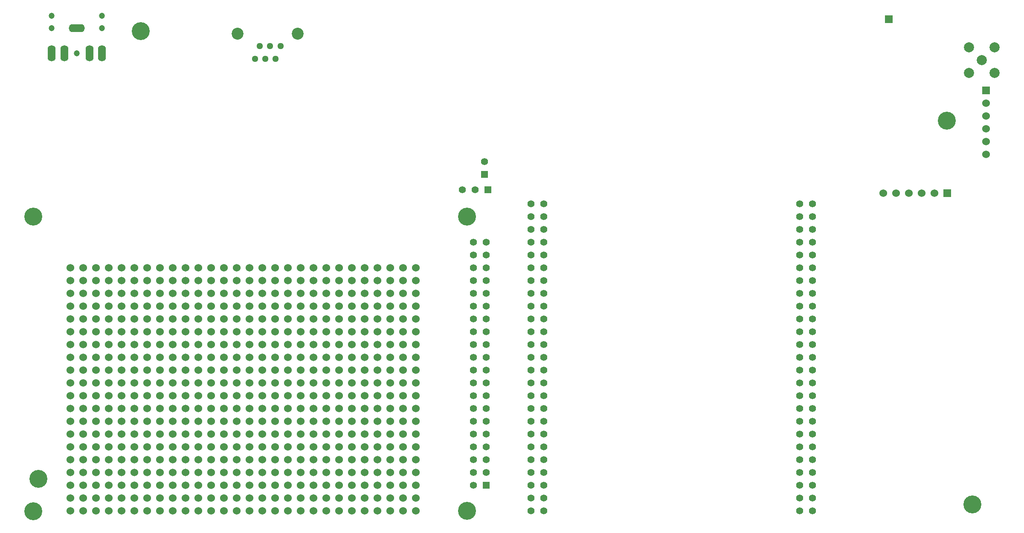
<source format=gbs>
G04 (created by PCBNEW-RS274X (2012-apr-16-27)-stable) date Tue 19 Feb 2013 03:33:24 PM EST*
G01*
G70*
G90*
%MOIN*%
G04 Gerber Fmt 3.4, Leading zero omitted, Abs format*
%FSLAX34Y34*%
G04 APERTURE LIST*
%ADD10C,0.006000*%
%ADD11C,0.140000*%
%ADD12R,0.055000X0.055000*%
%ADD13C,0.055000*%
%ADD14C,0.092900*%
%ADD15C,0.051200*%
%ADD16C,0.060000*%
%ADD17R,0.060000X0.060000*%
%ADD18C,0.078700*%
%ADD19C,0.047200*%
%ADD20O,0.063000X0.126000*%
%ADD21O,0.126000X0.063000*%
G04 APERTURE END LIST*
G54D10*
G54D11*
X35190Y-39770D03*
G54D12*
X36690Y-37770D03*
G54D13*
X35690Y-37770D03*
X36690Y-36770D03*
X35690Y-36770D03*
X36690Y-35770D03*
X35690Y-35770D03*
X36690Y-34770D03*
X35690Y-34770D03*
X36690Y-33770D03*
X35690Y-33770D03*
X36690Y-32770D03*
X35690Y-32770D03*
X36690Y-31770D03*
X35690Y-31770D03*
X36690Y-30770D03*
X35690Y-30770D03*
X36690Y-29770D03*
X35690Y-29770D03*
X36690Y-28770D03*
X35690Y-28770D03*
X36690Y-27770D03*
X35690Y-27770D03*
X36690Y-26770D03*
X35690Y-26770D03*
X36690Y-25770D03*
X35690Y-25770D03*
X36690Y-24770D03*
X35690Y-24770D03*
X36690Y-23770D03*
X35690Y-23770D03*
X36690Y-22770D03*
X35690Y-22770D03*
X36690Y-21770D03*
X35690Y-21770D03*
X36690Y-20770D03*
X35690Y-20770D03*
X36690Y-19770D03*
X35690Y-19770D03*
X36690Y-18770D03*
X35690Y-18770D03*
G54D11*
X35190Y-16770D03*
X01288Y-39805D03*
X01288Y-16770D03*
G54D14*
X21962Y-02450D03*
X17238Y-02450D03*
G54D15*
X20600Y-03434D03*
X20206Y-04419D03*
X19797Y-03434D03*
X19403Y-04419D03*
X18994Y-03434D03*
X18600Y-04419D03*
G54D11*
X01690Y-37270D03*
X72690Y-09270D03*
X74690Y-39270D03*
X09690Y-02270D03*
G54D16*
X16190Y-34770D03*
X16190Y-35770D03*
X17190Y-35770D03*
X17190Y-34770D03*
X19190Y-34770D03*
X19190Y-35770D03*
X18190Y-35770D03*
X18190Y-34770D03*
X18190Y-32770D03*
X18190Y-33770D03*
X19190Y-33770D03*
X19190Y-32770D03*
X17190Y-32770D03*
X17190Y-33770D03*
X16190Y-33770D03*
X16190Y-32770D03*
G54D17*
X68155Y-01325D03*
G54D18*
X75425Y-04515D03*
X76425Y-05515D03*
X74425Y-05515D03*
X74425Y-03515D03*
X76425Y-03515D03*
G54D13*
X40190Y-39770D03*
X40190Y-38770D03*
X40190Y-37770D03*
X40190Y-36770D03*
X40190Y-35770D03*
X40190Y-34770D03*
X40190Y-33770D03*
X40190Y-32770D03*
X40190Y-31770D03*
X40190Y-30770D03*
X40190Y-29770D03*
X40190Y-28770D03*
X40190Y-27770D03*
X40190Y-26770D03*
X40190Y-25770D03*
X40190Y-24770D03*
X40190Y-23770D03*
X40190Y-22770D03*
X40190Y-21770D03*
X40190Y-20770D03*
X40190Y-19770D03*
X40190Y-18770D03*
X40190Y-17770D03*
X40190Y-16770D03*
X40190Y-15770D03*
X62190Y-39770D03*
X62190Y-38770D03*
X62190Y-37770D03*
X62190Y-36770D03*
X62190Y-35770D03*
X62190Y-34770D03*
X62190Y-33770D03*
X62190Y-32770D03*
X62190Y-31770D03*
X62190Y-30770D03*
X62190Y-29770D03*
X62190Y-28770D03*
X62190Y-27770D03*
X62190Y-26770D03*
X62190Y-25770D03*
X62190Y-24770D03*
X62190Y-23770D03*
X62190Y-22770D03*
X62190Y-21770D03*
X62190Y-20770D03*
X62190Y-19770D03*
X62190Y-18770D03*
X62190Y-17770D03*
X62190Y-16770D03*
X62190Y-15770D03*
X61190Y-15770D03*
X61190Y-16770D03*
X61190Y-17770D03*
X61190Y-18770D03*
X61190Y-19770D03*
X61190Y-20770D03*
X61190Y-21770D03*
X61190Y-22770D03*
X61190Y-23770D03*
X61190Y-24770D03*
X61190Y-25770D03*
X61190Y-26770D03*
X61190Y-27770D03*
X61190Y-28770D03*
X61190Y-29770D03*
X61190Y-30770D03*
X61190Y-31770D03*
X61190Y-32770D03*
X61190Y-33770D03*
X61190Y-34770D03*
X61190Y-35770D03*
X61190Y-36770D03*
X61190Y-37770D03*
X61190Y-38770D03*
X61190Y-39770D03*
X41190Y-15770D03*
X41190Y-16770D03*
X41190Y-17770D03*
X41190Y-18770D03*
X41190Y-19770D03*
X41190Y-20770D03*
X41190Y-21770D03*
X41190Y-22770D03*
X41190Y-23770D03*
X41190Y-24770D03*
X41190Y-25770D03*
X41190Y-26770D03*
X41190Y-27770D03*
X41190Y-28770D03*
X41190Y-29770D03*
X41190Y-30770D03*
X41190Y-31770D03*
X41190Y-32770D03*
X41190Y-33770D03*
X41190Y-34770D03*
X41190Y-35770D03*
X41190Y-36770D03*
X41190Y-37770D03*
X41190Y-38770D03*
X41190Y-39770D03*
G54D17*
X72720Y-14940D03*
G54D16*
X71720Y-14940D03*
X70720Y-14940D03*
X69720Y-14940D03*
X68720Y-14940D03*
X67720Y-14940D03*
G54D17*
X75733Y-06892D03*
G54D16*
X75733Y-07892D03*
X75733Y-08892D03*
X75733Y-09892D03*
X75733Y-10892D03*
X75733Y-11892D03*
G54D12*
X36540Y-13455D03*
G54D13*
X36540Y-12455D03*
G54D19*
X04691Y-04010D03*
X06659Y-02042D03*
X06659Y-01057D03*
X02721Y-01057D03*
G54D20*
X02721Y-04010D03*
X05674Y-04010D03*
X06659Y-04010D03*
X03706Y-04010D03*
G54D21*
X04690Y-02042D03*
G54D19*
X02721Y-02042D03*
G54D16*
X20190Y-34770D03*
X20190Y-35770D03*
X21190Y-35770D03*
X21190Y-34770D03*
X23190Y-34770D03*
X23190Y-35770D03*
X22190Y-35770D03*
X22190Y-34770D03*
X22190Y-32770D03*
X22190Y-33770D03*
X23190Y-33770D03*
X23190Y-32770D03*
X21190Y-32770D03*
X21190Y-33770D03*
X20190Y-33770D03*
X20190Y-32770D03*
X20190Y-30770D03*
X20190Y-31770D03*
X21190Y-31770D03*
X21190Y-30770D03*
X23190Y-30770D03*
X23190Y-31770D03*
X22190Y-31770D03*
X22190Y-30770D03*
X22190Y-28770D03*
X22190Y-29770D03*
X23190Y-29770D03*
X23190Y-28770D03*
X21190Y-28770D03*
X21190Y-29770D03*
X20190Y-29770D03*
X20190Y-28770D03*
X16190Y-30770D03*
X16190Y-31770D03*
X17190Y-31770D03*
X17190Y-30770D03*
X19190Y-30770D03*
X19190Y-31770D03*
X18190Y-31770D03*
X18190Y-30770D03*
X18190Y-28770D03*
X18190Y-29770D03*
X19190Y-29770D03*
X19190Y-28770D03*
X17190Y-28770D03*
X17190Y-29770D03*
X16190Y-29770D03*
X16190Y-28770D03*
X24190Y-30770D03*
X24190Y-31770D03*
X25190Y-31770D03*
X25190Y-30770D03*
X27190Y-30770D03*
X27190Y-31770D03*
X26190Y-31770D03*
X26190Y-30770D03*
X26190Y-28770D03*
X26190Y-29770D03*
X27190Y-29770D03*
X27190Y-28770D03*
X25190Y-28770D03*
X25190Y-29770D03*
X24190Y-29770D03*
X24190Y-28770D03*
X28190Y-30770D03*
X28190Y-31770D03*
X29190Y-31770D03*
X29190Y-30770D03*
X31190Y-30770D03*
X31190Y-31770D03*
X30190Y-31770D03*
X30190Y-30770D03*
X30190Y-28770D03*
X30190Y-29770D03*
X31190Y-29770D03*
X31190Y-28770D03*
X29190Y-28770D03*
X29190Y-29770D03*
X28190Y-29770D03*
X28190Y-28770D03*
X28190Y-34770D03*
X28190Y-35770D03*
X29190Y-35770D03*
X29190Y-34770D03*
X31190Y-34770D03*
X31190Y-35770D03*
X30190Y-35770D03*
X30190Y-34770D03*
X30190Y-32770D03*
X30190Y-33770D03*
X31190Y-33770D03*
X31190Y-32770D03*
X29190Y-32770D03*
X29190Y-33770D03*
X28190Y-33770D03*
X28190Y-32770D03*
X24190Y-34770D03*
X24190Y-35770D03*
X25190Y-35770D03*
X25190Y-34770D03*
X27190Y-34770D03*
X27190Y-35770D03*
X26190Y-35770D03*
X26190Y-34770D03*
X26190Y-32770D03*
X26190Y-33770D03*
X27190Y-33770D03*
X27190Y-32770D03*
X25190Y-32770D03*
X25190Y-33770D03*
X24190Y-33770D03*
X24190Y-32770D03*
X24190Y-26770D03*
X24190Y-27770D03*
X25190Y-27770D03*
X25190Y-26770D03*
X27190Y-26770D03*
X27190Y-27770D03*
X26190Y-27770D03*
X26190Y-26770D03*
X26190Y-24770D03*
X26190Y-25770D03*
X27190Y-25770D03*
X27190Y-24770D03*
X25190Y-24770D03*
X25190Y-25770D03*
X24190Y-25770D03*
X24190Y-24770D03*
X28190Y-26770D03*
X28190Y-27770D03*
X29190Y-27770D03*
X29190Y-26770D03*
X31190Y-26770D03*
X31190Y-27770D03*
X30190Y-27770D03*
X30190Y-26770D03*
X30190Y-24770D03*
X30190Y-25770D03*
X31190Y-25770D03*
X31190Y-24770D03*
X29190Y-24770D03*
X29190Y-25770D03*
X28190Y-25770D03*
X28190Y-24770D03*
X28190Y-22770D03*
X28190Y-23770D03*
X29190Y-23770D03*
X29190Y-22770D03*
X31190Y-22770D03*
X31190Y-23770D03*
X30190Y-23770D03*
X30190Y-22770D03*
X30190Y-20770D03*
X30190Y-21770D03*
X31190Y-21770D03*
X31190Y-20770D03*
X29190Y-20770D03*
X29190Y-21770D03*
X28190Y-21770D03*
X28190Y-20770D03*
X24190Y-22770D03*
X24190Y-23770D03*
X25190Y-23770D03*
X25190Y-22770D03*
X27190Y-22770D03*
X27190Y-23770D03*
X26190Y-23770D03*
X26190Y-22770D03*
X26190Y-20770D03*
X26190Y-21770D03*
X27190Y-21770D03*
X27190Y-20770D03*
X25190Y-20770D03*
X25190Y-21770D03*
X24190Y-21770D03*
X24190Y-20770D03*
X20190Y-26770D03*
X20190Y-27770D03*
X21190Y-27770D03*
X21190Y-26770D03*
X23190Y-26770D03*
X23190Y-27770D03*
X22190Y-27770D03*
X22190Y-26770D03*
X22190Y-24770D03*
X22190Y-25770D03*
X23190Y-25770D03*
X23190Y-24770D03*
X21190Y-24770D03*
X21190Y-25770D03*
X20190Y-25770D03*
X20190Y-24770D03*
X16190Y-26770D03*
X16190Y-27770D03*
X17190Y-27770D03*
X17190Y-26770D03*
X19190Y-26770D03*
X19190Y-27770D03*
X18190Y-27770D03*
X18190Y-26770D03*
X18190Y-24770D03*
X18190Y-25770D03*
X19190Y-25770D03*
X19190Y-24770D03*
X17190Y-24770D03*
X17190Y-25770D03*
X16190Y-25770D03*
X16190Y-24770D03*
X16190Y-22770D03*
X16190Y-23770D03*
X17190Y-23770D03*
X17190Y-22770D03*
X19190Y-22770D03*
X19190Y-23770D03*
X18190Y-23770D03*
X18190Y-22770D03*
X18190Y-20770D03*
X18190Y-21770D03*
X19190Y-21770D03*
X19190Y-20770D03*
X17190Y-20770D03*
X17190Y-21770D03*
X16190Y-21770D03*
X16190Y-20770D03*
X04190Y-34770D03*
X04190Y-35770D03*
X05190Y-35770D03*
X05190Y-34770D03*
X07190Y-34770D03*
X07190Y-35770D03*
X06190Y-35770D03*
X06190Y-34770D03*
X06190Y-32770D03*
X06190Y-33770D03*
X07190Y-33770D03*
X07190Y-32770D03*
X05190Y-32770D03*
X05190Y-33770D03*
X04190Y-33770D03*
X04190Y-32770D03*
X12190Y-34770D03*
X12190Y-35770D03*
X13190Y-35770D03*
X13190Y-34770D03*
X15190Y-34770D03*
X15190Y-35770D03*
X14190Y-35770D03*
X14190Y-34770D03*
X14190Y-32770D03*
X14190Y-33770D03*
X15190Y-33770D03*
X15190Y-32770D03*
X13190Y-32770D03*
X13190Y-33770D03*
X12190Y-33770D03*
X12190Y-32770D03*
X12190Y-30770D03*
X12190Y-31770D03*
X13190Y-31770D03*
X13190Y-30770D03*
X15190Y-30770D03*
X15190Y-31770D03*
X14190Y-31770D03*
X14190Y-30770D03*
X14190Y-28770D03*
X14190Y-29770D03*
X15190Y-29770D03*
X15190Y-28770D03*
X13190Y-28770D03*
X13190Y-29770D03*
X12190Y-29770D03*
X12190Y-28770D03*
X12190Y-22770D03*
X12190Y-23770D03*
X13190Y-23770D03*
X13190Y-22770D03*
X15190Y-22770D03*
X15190Y-23770D03*
X14190Y-23770D03*
X14190Y-22770D03*
X14190Y-20770D03*
X14190Y-21770D03*
X15190Y-21770D03*
X15190Y-20770D03*
X13190Y-20770D03*
X13190Y-21770D03*
X12190Y-21770D03*
X12190Y-20770D03*
X12190Y-26770D03*
X12190Y-27770D03*
X13190Y-27770D03*
X13190Y-26770D03*
X15190Y-26770D03*
X15190Y-27770D03*
X14190Y-27770D03*
X14190Y-26770D03*
X14190Y-24770D03*
X14190Y-25770D03*
X15190Y-25770D03*
X15190Y-24770D03*
X13190Y-24770D03*
X13190Y-25770D03*
X12190Y-25770D03*
X12190Y-24770D03*
X04190Y-26770D03*
X04190Y-27770D03*
X05190Y-27770D03*
X05190Y-26770D03*
X07190Y-26770D03*
X07190Y-27770D03*
X06190Y-27770D03*
X06190Y-26770D03*
X06190Y-24770D03*
X06190Y-25770D03*
X07190Y-25770D03*
X07190Y-24770D03*
X05190Y-24770D03*
X05190Y-25770D03*
X04190Y-25770D03*
X04190Y-24770D03*
X04190Y-22770D03*
X04190Y-23770D03*
X05190Y-23770D03*
X05190Y-22770D03*
X07190Y-22770D03*
X07190Y-23770D03*
X06190Y-23770D03*
X06190Y-22770D03*
X06190Y-20770D03*
X06190Y-21770D03*
X07190Y-21770D03*
X07190Y-20770D03*
X05190Y-20770D03*
X05190Y-21770D03*
X04190Y-21770D03*
X04190Y-20770D03*
X04190Y-30770D03*
X04190Y-31770D03*
X05190Y-31770D03*
X05190Y-30770D03*
X07190Y-30770D03*
X07190Y-31770D03*
X06190Y-31770D03*
X06190Y-30770D03*
X06190Y-28770D03*
X06190Y-29770D03*
X07190Y-29770D03*
X07190Y-28770D03*
X05190Y-28770D03*
X05190Y-29770D03*
X04190Y-29770D03*
X04190Y-28770D03*
X04190Y-38770D03*
X04190Y-39770D03*
X05190Y-39770D03*
X05190Y-38770D03*
X07190Y-38770D03*
X07190Y-39770D03*
X06190Y-39770D03*
X06190Y-38770D03*
X06190Y-36770D03*
X06190Y-37770D03*
X07190Y-37770D03*
X07190Y-36770D03*
X05190Y-36770D03*
X05190Y-37770D03*
X04190Y-37770D03*
X04190Y-36770D03*
X12190Y-38770D03*
X12190Y-39770D03*
X13190Y-39770D03*
X13190Y-38770D03*
X15190Y-38770D03*
X15190Y-39770D03*
X14190Y-39770D03*
X14190Y-38770D03*
X14190Y-36770D03*
X14190Y-37770D03*
X15190Y-37770D03*
X15190Y-36770D03*
X13190Y-36770D03*
X13190Y-37770D03*
X12190Y-37770D03*
X12190Y-36770D03*
X16190Y-38770D03*
X16190Y-39770D03*
X17190Y-39770D03*
X17190Y-38770D03*
X19190Y-38770D03*
X19190Y-39770D03*
X18190Y-39770D03*
X18190Y-38770D03*
X18190Y-36770D03*
X18190Y-37770D03*
X19190Y-37770D03*
X19190Y-36770D03*
X17190Y-36770D03*
X17190Y-37770D03*
X16190Y-37770D03*
X16190Y-36770D03*
X20190Y-38770D03*
X20190Y-39770D03*
X21190Y-39770D03*
X21190Y-38770D03*
X23190Y-38770D03*
X23190Y-39770D03*
X22190Y-39770D03*
X22190Y-38770D03*
X22190Y-36770D03*
X22190Y-37770D03*
X23190Y-37770D03*
X23190Y-36770D03*
X21190Y-36770D03*
X21190Y-37770D03*
X20190Y-37770D03*
X20190Y-36770D03*
X24190Y-38770D03*
X24190Y-39770D03*
X25190Y-39770D03*
X25190Y-38770D03*
X27190Y-38770D03*
X27190Y-39770D03*
X26190Y-39770D03*
X26190Y-38770D03*
X26190Y-36770D03*
X26190Y-37770D03*
X27190Y-37770D03*
X27190Y-36770D03*
X25190Y-36770D03*
X25190Y-37770D03*
X24190Y-37770D03*
X24190Y-36770D03*
X28190Y-38770D03*
X28190Y-39770D03*
X29190Y-39770D03*
X29190Y-38770D03*
X31190Y-38770D03*
X31190Y-39770D03*
X30190Y-39770D03*
X30190Y-38770D03*
X30190Y-36770D03*
X30190Y-37770D03*
X31190Y-37770D03*
X31190Y-36770D03*
X29190Y-36770D03*
X29190Y-37770D03*
X28190Y-37770D03*
X28190Y-36770D03*
X08190Y-38770D03*
X08190Y-39770D03*
X09190Y-39770D03*
X09190Y-38770D03*
X11190Y-38770D03*
X11190Y-39770D03*
X10190Y-39770D03*
X10190Y-38770D03*
X10190Y-36770D03*
X10190Y-37770D03*
X11190Y-37770D03*
X11190Y-36770D03*
X09190Y-36770D03*
X09190Y-37770D03*
X08190Y-37770D03*
X08190Y-36770D03*
X08190Y-22770D03*
X08190Y-23770D03*
X09190Y-23770D03*
X09190Y-22770D03*
X11190Y-22770D03*
X11190Y-23770D03*
X10190Y-23770D03*
X10190Y-22770D03*
X10190Y-20770D03*
X10190Y-21770D03*
X11190Y-21770D03*
X11190Y-20770D03*
X09190Y-20770D03*
X09190Y-21770D03*
X08190Y-21770D03*
X08190Y-20770D03*
X08190Y-26770D03*
X08190Y-27770D03*
X09190Y-27770D03*
X09190Y-26770D03*
X11190Y-26770D03*
X11190Y-27770D03*
X10190Y-27770D03*
X10190Y-26770D03*
X10190Y-24770D03*
X10190Y-25770D03*
X11190Y-25770D03*
X11190Y-24770D03*
X09190Y-24770D03*
X09190Y-25770D03*
X08190Y-25770D03*
X08190Y-24770D03*
X08190Y-34770D03*
X08190Y-35770D03*
X09190Y-35770D03*
X09190Y-34770D03*
X11190Y-34770D03*
X11190Y-35770D03*
X10190Y-35770D03*
X10190Y-34770D03*
X10190Y-32770D03*
X10190Y-33770D03*
X11190Y-33770D03*
X11190Y-32770D03*
X09190Y-32770D03*
X09190Y-33770D03*
X08190Y-33770D03*
X08190Y-32770D03*
X20190Y-22770D03*
X20190Y-23770D03*
X21190Y-23770D03*
X21190Y-22770D03*
X23190Y-22770D03*
X23190Y-23770D03*
X22190Y-23770D03*
X22190Y-22770D03*
X22190Y-20770D03*
X22190Y-21770D03*
X23190Y-21770D03*
X23190Y-20770D03*
X21190Y-20770D03*
X21190Y-21770D03*
X20190Y-21770D03*
X20190Y-20770D03*
X08190Y-30770D03*
X08190Y-31770D03*
X09190Y-31770D03*
X09190Y-30770D03*
X11190Y-30770D03*
X11190Y-31770D03*
X10190Y-31770D03*
X10190Y-30770D03*
X10190Y-28770D03*
X10190Y-29770D03*
X11190Y-29770D03*
X11190Y-28770D03*
X09190Y-28770D03*
X09190Y-29770D03*
X08190Y-29770D03*
X08190Y-28770D03*
G54D12*
X36812Y-14656D03*
G54D13*
X35812Y-14656D03*
X34812Y-14656D03*
M02*

</source>
